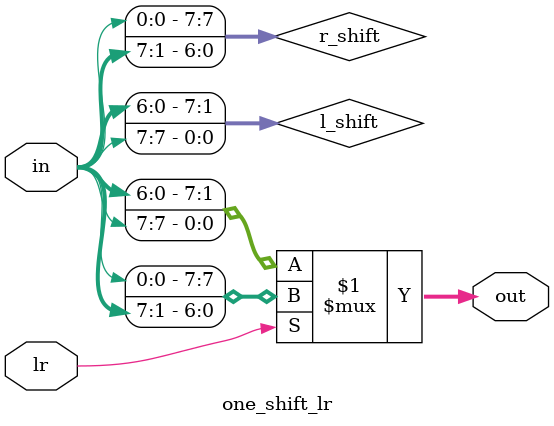
<source format=sv>
`timescale 1ns / 1ps

module one_shift_lr(
    input logic [7:0] in,
    input logic lr,
    output logic [7:0] out
    );
    
    logic [7:0] l_shift, r_shift;
    
    // preform left and right shift
    assign l_shift = {in[6:0], in[7]};
    assign r_shift = {in[0], in[7:1]};
    
    // determine shift type based on lr
    assign out = lr ? r_shift : l_shift;
endmodule

</source>
